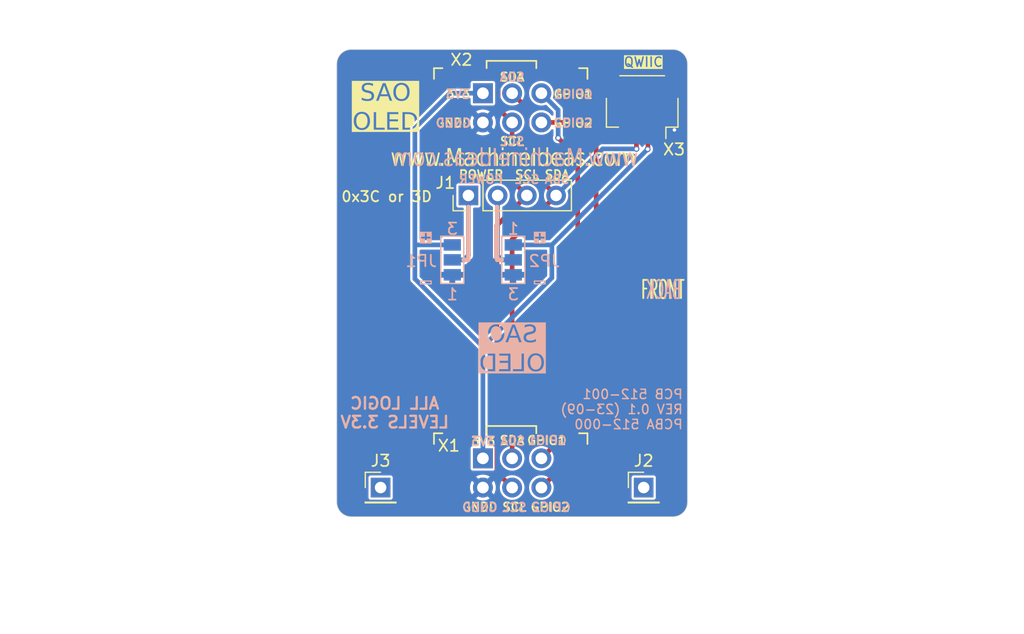
<source format=kicad_pcb>
(kicad_pcb (version 20221018) (generator pcbnew)
  (title_block (title "Core 64 Logic Board - PCB Layout") (date "2023-01-01") (rev "0.7") (company "Andy Geppert - Machine Ideas, LLC"))
  (layers (0 "F.Cu" signal) (31 "B.Cu" signal) (34 "B.Paste" user) (35 "F.Paste" user) (36 "B.SilkS" user "B.Silkscreen") (37 "F.SilkS" user "F.Silkscreen") (38 "B.Mask" user) (39 "F.Mask" user) (44 "Edge.Cuts" user))
  (net 0 "")
  (net 2 "Net-(J1-Pin_1)")
  (net 3 "Net-(J1-Pin_2)")
  (net 6 "GND")
  (net 7 "3V3")
  (net 8 "/I2C_3V3_SCL")
  (net 9 "/I2C_3V3_SDA")
  (net 10 "/GPIO2_SAO2")
  (net 11 "/GPIO1_SAO1")
  (footprint "Connector_PinHeader_2.54mm:PinHeader_1x04_P2.54mm_Vertical" (layer "F.Cu") (at 103.7182 171.5656 90)
    (fp_text reference "J1" (at 1.1 -2 180) (layer "F.SilkS"))
    (fp_text value "Conn_01x04_Socket")
    (fp_line (start -1.33 -1.33) (end 0 -1.33) (stroke (width 0.12)) (layer "F.SilkS"))
    (fp_line (start -1.33 0) (end -1.33 -1.33) (stroke (width 0.12)) (layer "F.SilkS"))
    (fp_line (start -1.33 1.27) (end -1.33 8.95) (stroke (width 0.12)) (layer "F.SilkS"))
    (fp_line (start -1.33 1.27) (end 1.33 1.27) (stroke (width 0.12)) (layer "F.SilkS"))
    (fp_line (start -1.33 8.95) (end 1.33 8.95) (stroke (width 0.12)) (layer "F.SilkS"))
    (fp_line (start 1.33 1.27) (end 1.33 8.95) (stroke (width 0.12)) (layer "F.SilkS"))
    (pad "1" thru_hole rect (at 0 0 90) (size 1.7 1.7) (drill 1) (layers "*.Cu" "*.Mask") (net 2 "Net-(J1-Pin_1)"))
    (pad "2" thru_hole oval (at 0 2.54 90) (size 1.7 1.7) (drill 1) (layers "*.Cu" "*.Mask") (net 3 "Net-(J1-Pin_2)"))
    (pad "3" thru_hole oval (at 0 5.08 90) (size 1.7 1.7) (drill 1) (layers "*.Cu" "*.Mask") (net 8 "/I2C_3V3_SCL"))
    (pad "4" thru_hole oval (at 0 7.62 90) (size 1.7 1.7) (drill 1) (layers "*.Cu" "*.Mask") (net 9 "/I2C_3V3_SDA"))
  )
  (footprint "Connector_PinHeader_2.54mm:PinHeader_1x01_P2.54mm_Vertical" (layer "F.Cu") (at 96.0882 196.9656)
    (fp_text reference "J3" (at 0 -2.33) (layer "F.SilkS"))
    (fp_text value "Conn_01x01_Pin")
    (fp_line (start -1.33 -1.33) (end 0 -1.33) (stroke (width 0.12)) (layer "F.SilkS"))
    (fp_line (start -1.33 0) (end -1.33 -1.33) (stroke (width 0.12)) (layer "F.SilkS"))
    (fp_line (start -1.33 1.27) (end -1.33 1.33) (stroke (width 0.12)) (layer "F.SilkS"))
    (fp_line (start -1.33 1.27) (end 1.33 1.27) (stroke (width 0.12)) (layer "F.SilkS"))
    (fp_line (start -1.33 1.33) (end 1.33 1.33) (stroke (width 0.12)) (layer "F.SilkS"))
    (fp_line (start 1.33 1.27) (end 1.33 1.33) (stroke (width 0.12)) (layer "F.SilkS"))
    (pad "1" thru_hole rect (at 0 0) (size 1.7 1.7) (drill 1) (layers "*.Cu" "*.Mask"))
  )
  (footprint "Connector_JST:JST_SH_SM04B-SRSS-TB_1x04-1MP_P1.00mm_Horizontal" (layer "F.Cu") (at 118.8182 163.8406 180)
    (fp_text reference "X3" (at -2.77 -3.725) (layer "F.SilkS"))
    (fp_text value "QWIIC")
    (fp_line (start -3.11 -1.785) (end -2.06 -1.785) (stroke (width 0.12)) (layer "F.SilkS"))
    (fp_line (start -3.11 0.715) (end -3.11 -1.785) (stroke (width 0.12)) (layer "F.SilkS"))
    (fp_line (start -2.06 -1.785) (end -2.06 -2.775) (stroke (width 0.12)) (layer "F.SilkS"))
    (fp_line (start -1.94 2.685) (end 1.94 2.685) (stroke (width 0.12)) (layer "F.SilkS"))
    (fp_line (start 3.11 -1.785) (end 2.06 -1.785) (stroke (width 0.12)) (layer "F.SilkS"))
    (fp_line (start 3.11 0.715) (end 3.11 -1.785) (stroke (width 0.12)) (layer "F.SilkS"))
    (pad "1" smd roundrect (at -1.5 -2 180) (size 0.6 1.55) (layers "F.Cu" "F.Paste" "F.Mask") (net 6 "GND"))
    (pad "2" smd roundrect (at -0.5 -2 180) (size 0.6 1.55) (layers "F.Cu" "F.Paste" "F.Mask") (net 7 "3V3"))
    (pad "3" smd roundrect (at 0.5 -2 180) (size 0.6 1.55) (layers "F.Cu" "F.Paste" "F.Mask") (net 9 "/I2C_3V3_SDA"))
    (pad "4" smd roundrect (at 1.5 -2 180) (size 0.6 1.55) (layers "F.Cu" "F.Paste" "F.Mask") (net 8 "/I2C_3V3_SCL"))
    (pad "MP" smd roundrect (at -2.8 1.875 180) (size 1.2 1.8) (layers "F.Cu" "F.Paste" "F.Mask") (roundrect_rratio 0.2083333333))
    (pad "MP" smd roundrect (at 2.8 1.875 180) (size 1.2 1.8) (layers "F.Cu" "F.Paste" "F.Mask") (roundrect_rratio 0.2083333333))
  )
  (footprint "Core_64_KiCad_Library:Badgelife-SAOv169-BADGE-2x3" (layer "F.Cu") (at 107.5182 195.6956)
    (fp_text reference "X1" (at -5.5 -2.37) (layer "F.SilkS"))
    (fp_text value "SAO_conn_SFH11-NBPC-D03-ST-BK")
    (fp_text user "SCL" (at 0.19 3) (layer "B.SilkS") (effects (font (size 0.75 0.75)) (justify mirror)))
    (fp_text user "3V3" (at -2.5 -2.77) (layer "B.SilkS") (effects (font (size 0.75 0.75)) (justify mirror)))
    (fp_text user "GPIO2" (at 3.39 3) (layer "B.SilkS") (effects (font (size 0.75 0.75)) (justify mirror)))
    (fp_text user "GPIO1" (at 3.05 -2.82) (layer "B.SilkS") (effects (font (size 0.75 0.75)) (justify mirror)))
    (fp_text user "SDA" (at 0.05 -2.77) (layer "B.SilkS") (effects (font (size 0.75 0.75)) (justify mirror)))
    (fp_text user "GNDD" (at -2.81 3) (layer "B.SilkS") (effects (font (size 0.75 0.75)) (justify mirror)))
    (fp_text user "3V3" (at -2.5 -2.73) (layer "F.SilkS") (effects (font (size 0.75 0.75))))
    (fp_text user "SCL" (at 0.2 2.97) (layer "F.SilkS") (effects (font (size 0.75 0.75))))
    (fp_text user "GPIO2" (at 3.3 2.97) (layer "F.SilkS") (effects (font (size 0.75 0.75))))
    (fp_text user "GNDD" (at -2.8 2.97) (layer "F.SilkS") (effects (font (size 0.75 0.75))))
    (fp_text user "GPIO1" (at 3 -2.83) (layer "F.SilkS") (effects (font (size 0.75 0.75))))
    (fp_text user "SDA" (at 0 -2.83) (layer "F.SilkS") (effects (font (size 0.75 0.75))))
    (fp_line (start -6.791 -3.449) (end -6.06 -3.449) (stroke (width 0.15)) (layer "F.SilkS"))
    (fp_line (start -6.791 -2.52) (end -6.791 -3.449) (stroke (width 0.15)) (layer "F.SilkS"))
    (fp_line (start -2.22 -3.45) (end -2.219 -4.084) (stroke (width 0.15)) (layer "F.SilkS"))
    (fp_line (start -2.219 -4.084) (end 2.099 -4.084) (stroke (width 0.15)) (layer "F.SilkS"))
    (fp_line (start 2.099 -4.084) (end 2.099 -3.45) (stroke (width 0.15)) (layer "F.SilkS"))
    (fp_line (start 6.544 -3.449) (end 5.813 -3.449) (stroke (width 0.15)) (layer "F.SilkS"))
    (fp_line (start 6.544 -2.52) (end 6.544 -3.449) (stroke (width 0.15)) (layer "F.SilkS"))
    (pad "1" thru_hole rect (at -2.54 -1.27 270) (size 1.7272 1.7272) (drill 1.016) (layers "*.Cu" "*.Mask") (net 7 "3V3"))
    (pad "2" thru_hole circle (at -2.54 1.27 270) (size 1.7272 1.7272) (drill 1.016) (layers "*.Cu" "*.Mask") (net 6 "GND"))
    (pad "3" thru_hole oval (at 0 -1.27 270) (size 1.7272 1.7272) (drill 1.016) (layers "*.Cu" "*.Mask") (net 9 "/I2C_3V3_SDA"))
    (pad "4" thru_hole oval (at 0 1.27 270) (size 1.7272 1.7272) (drill 1.016) (layers "*.Cu" "*.Mask") (net 8 "/I2C_3V3_SCL"))
    (pad "5" thru_hole circle (at 2.54 -1.27 270) (size 1.7272 1.7272) (drill 1.016) (layers "*.Cu" "*.Mask") (net 11 "/GPIO1_SAO1"))
    (pad "6" thru_hole circle (at 2.54 1.27 270) (size 1.7272 1.7272) (drill 1.016) (layers "*.Cu" "*.Mask") (net 10 "/GPIO2_SAO2"))
  )
  (footprint "Connector_PinHeader_2.54mm:PinHeader_1x01_P2.54mm_Vertical" (layer "F.Cu") (at 118.9482 196.9656)
    (fp_text reference "J2" (at 0 -2.33) (layer "F.SilkS"))
    (fp_text value "Conn_01x01_Pin")
    (fp_line (start -1.33 -1.33) (end 0 -1.33) (stroke (width 0.12)) (layer "F.SilkS"))
    (fp_line (start -1.33 0) (end -1.33 -1.33) (stroke (width 0.12)) (layer "F.SilkS"))
    (fp_line (start -1.33 1.27) (end -1.33 1.33) (stroke (width 0.12)) (layer "F.SilkS"))
    (fp_line (start -1.33 1.27) (end 1.33 1.27) (stroke (width 0.12)) (layer "F.SilkS"))
    (fp_line (start -1.33 1.33) (end 1.33 1.33) (stroke (width 0.12)) (layer "F.SilkS"))
    (fp_line (start 1.33 1.27) (end 1.33 1.33) (stroke (width 0.12)) (layer "F.SilkS"))
    (pad "1" thru_hole rect (at 0 0) (size 1.7 1.7) (drill 1) (layers "*.Cu" "*.Mask"))
  )
  (footprint "Core_64_KiCad_Library:Badgelife-SAOv169-BADGE-2x3" (layer "F.Cu") (at 107.5182 163.9456)
    (fp_text reference "X2" (at -4.4 -4.18) (layer "F.SilkS"))
    (fp_text value "SAO_conn_SFH11-NBPC-D03-ST-BK")
    (fp_text user "SCL" (at 0 2.92) (layer "F.SilkS") (effects (font (size 0.75 0.75))))
    (fp_text user "3V3" (at -4.7 -1.18) (layer "F.SilkS") (effects (font (size 0.75 0.75))))
    (fp_text user "SDA" (at 0 -2.68) (layer "F.SilkS") (effects (font (size 0.75 0.75))))
    (fp_text user "GPIO2" (at 5.3 1.32) (layer "F.SilkS") (effects (font (size 0.75 0.75))))
    (fp_text user "GPIO1" (at 5.3 -1.18) (layer "F.SilkS") (effects (font (size 0.75 0.75))))
    (fp_text user "GNDD" (at -5.1 1.32) (layer "F.SilkS") (effects (font (size 0.75 0.75))))
    (fp_line (start -6.791 -3.449) (end -6.06 -3.449) (stroke (width 0.15)) (layer "F.SilkS"))
    (fp_line (start -6.791 -2.52) (end -6.791 -3.449) (stroke (width 0.15)) (layer "F.SilkS"))
    (fp_line (start -2.22 -3.45) (end -2.219 -4.084) (stroke (width 0.15)) (layer "F.SilkS"))
    (fp_line (start -2.219 -4.084) (end 2.099 -4.084) (stroke (width 0.15)) (layer "F.SilkS"))
    (fp_line (start 2.099 -4.084) (end 2.099 -3.45) (stroke (width 0.15)) (layer "F.SilkS"))
    (fp_line (start 6.544 -3.449) (end 5.813 -3.449) (stroke (width 0.15)) (layer "F.SilkS"))
    (fp_line (start 6.544 -2.52) (end 6.544 -3.449) (stroke (width 0.15)) (layer "F.SilkS"))
    (pad "1" thru_hole rect (at -2.54 -1.27 270) (size 1.7272 1.7272) (drill 1.016) (layers "*.Cu" "*.Mask") (net 7 "3V3"))
    (pad "2" thru_hole circle (at -2.54 1.27 270) (size 1.7272 1.7272) (drill 1.016) (layers "*.Cu" "*.Mask") (net 6 "GND"))
    (pad "3" thru_hole oval (at 0 -1.27 270) (size 1.7272 1.7272) (drill 1.016) (layers "*.Cu" "*.Mask") (net 9 "/I2C_3V3_SDA"))
    (pad "4" thru_hole oval (at 0 1.27 270) (size 1.7272 1.7272) (drill 1.016) (layers "*.Cu" "*.Mask") (net 8 "/I2C_3V3_SCL"))
    (pad "5" thru_hole circle (at 2.54 -1.27 270) (size 1.7272 1.7272) (drill 1.016) (layers "*.Cu" "*.Mask") (net 11 "/GPIO1_SAO1"))
    (pad "6" thru_hole circle (at 2.54 1.27 270) (size 1.7272 1.7272) (drill 1.016) (layers "*.Cu" "*.Mask") (net 10 "/GPIO2_SAO2"))
  )
  (footprint "Jumper:SolderJumper-3_P1.3mm_Open_Pad1.0x1.5mm_NumberLabels" (layer "B.Cu") (at 107.6182 177.1656 -90)
    (fp_text reference "JP2" (at 0.1 -2.7 -180) (layer "B.SilkS") (effects (justify mirror)))
    (fp_text value "SolderJumper_3_Open-Jumper")
    (fp_text user "3" (at 3 0 -180) (layer "B.SilkS") (effects (justify mirror)))
    (fp_text user "1" (at -2.7 0 -180) (layer "B.SilkS") (effects (justify mirror)))
    (fp_line (start -2.05 -1) (end -2.05 1) (stroke (width 0.12)) (layer "B.SilkS"))
    (fp_line (start -2.05 1) (end 2.05 1) (stroke (width 0.12)) (layer "B.SilkS"))
    (fp_line (start 2.05 -1) (end -2.05 -1) (stroke (width 0.12)) (layer "B.SilkS"))
    (fp_line (start 2.05 1) (end 2.05 -1) (stroke (width 0.12)) (layer "B.SilkS"))
    (pad "1" smd rect (at -1.3 0 270) (size 1 1.5) (layers "B.Cu" "B.Mask") (net 7 "3V3"))
    (pad "2" smd rect (at 0 0 270) (size 1 1.5) (layers "B.Cu" "B.Mask") (net 3 "Net-(J1-Pin_2)"))
    (pad "3" smd rect (at 1.3 0 270) (size 1 1.5) (layers "B.Cu" "B.Mask") (net 6 "GND"))
  )
  (footprint "Jumper:SolderJumper-3_P1.3mm_Open_Pad1.0x1.5mm_NumberLabels" (layer "B.Cu") (at 102.3182 177.1656 90)
    (fp_text reference "JP1" (at -0.1 -2.7 180) (layer "B.SilkS") (effects (justify mirror)))
    (fp_text value "SolderJumper_3_Open-Jumper")
    (fp_text user "1" (at -3 0 180) (layer "B.SilkS") (effects (justify mirror)))
    (fp_text user "3" (at 2.7 0 180) (layer "B.SilkS") (effects (justify mirror)))
    (fp_line (start -2.05 -1) (end -2.05 1) (stroke (width 0.12)) (layer "B.SilkS"))
    (fp_line (start -2.05 1) (end 2.05 1) (stroke (width 0.12)) (layer "B.SilkS"))
    (fp_line (start 2.05 -1) (end -2.05 -1) (stroke (width 0.12)) (layer "B.SilkS"))
    (fp_line (start 2.05 1) (end 2.05 -1) (stroke (width 0.12)) (layer "B.SilkS"))
    (pad "1" smd rect (at -1.3 0 90) (size 1 1.5) (layers "B.Cu" "B.Mask") (net 6 "GND"))
    (pad "2" smd rect (at 0 0 90) (size 1 1.5) (layers "B.Cu" "B.Mask") (net 2 "Net-(J1-Pin_1)"))
    (pad "3" smd rect (at 1.3 0 90) (size 1 1.5) (layers "B.Cu" "B.Mask") (net 7 "3V3"))
  )
  (gr_line (start 106.2182 177.1656) (end 106.6182 177.1656) (stroke (width 0.381)) (layer "B.SilkS"))
  (gr_line (start 103.3182 177.1656) (end 103.7182 177.1656) (stroke (width 0.381)) (layer "B.SilkS"))
  (gr_line (start 106.2182 177.1656) (end 106.2182 172.5656) (stroke (width 0.381)) (layer "B.SilkS"))
  (gr_line (start 103.7182 177.1656) (end 103.7182 172.5656) (stroke (width 0.381)) (layer "B.SilkS"))
  (gr_arc (start 92.2782 160.1356) (mid 92.650174 159.237574) (end 93.5482 158.8656) (stroke (width 0.05)) (layer "Edge.Cuts"))
  (gr_arc (start 121.4882 158.8656) (mid 122.386226 159.237574) (end 122.7582 160.1356) (stroke (width 0.05)) (layer "Edge.Cuts"))
  (gr_line (start 122.7582 160.1356) (end 122.7582 198.2356) (stroke (width 0.05)) (layer "Edge.Cuts"))
  (gr_arc (start 93.5482 199.5056) (mid 92.650174 199.133626) (end 92.2782 198.2356) (stroke (width 0.05)) (layer "Edge.Cuts"))
  (gr_line (start 92.2782 198.2356) (end 92.2782 160.1356) (stroke (width 0.05)) (layer "Edge.Cuts"))
  (gr_line (start 121.4882 199.5056) (end 93.5482 199.5056) (stroke (width 0.05)) (layer "Edge.Cuts"))
  (gr_line (start 93.5482 158.8656) (end 121.4882 158.8656) (stroke (width 0.05)) (layer "Edge.Cuts"))
  (gr_arc (start 122.7582 198.2356) (mid 122.386226 199.133626) (end 121.4882 199.5056) (stroke (width 0.05)) (layer "Edge.Cuts"))
  (gr_text "www.MachineIdeas.com" (at 107.8182 168.3656) (layer "B.SilkS") (effects (font (size 1.524 1.27) (thickness 0.1524)) (justify mirror)))
  (gr_text "ALL LOGIC\nLEVELS 3.3V" (at 97.3182 190.4656) (layer "B.SilkS") (effects (font (size 1.016 1.016) (thickness 0.2032) bold) (justify mirror)))
  (gr_text "+" (at 109.9182 175.1656) (layer "B.SilkS" knockout) (effects (font (size 0.9 0.9) (thickness 0.15) bold)))
  (gr_text "GNDD" (at 102.4182 165.2656) (layer "B.SilkS") (effects (font (size 0.75 0.75)) (justify mirror)))
  (gr_text "-" (at 100.0182 179.0656) (layer "B.SilkS" knockout) (effects (font (size 0.9 0.9) (thickness 0.15) bold)))
  (gr_text "GPIO2" (at 112.8182 165.2656) (layer "B.SilkS") (effects (font (size 0.75 0.75)) (justify mirror)))
  (gr_text "SAO\nOLED" (at 107.5182 184.9656) (layer "B.SilkS" knockout) (effects (font (size 1.5 1.5) (thickness 0.1524)) (justify mirror)))
  (gr_text "3V3" (at 102.8182 162.7656) (layer "B.SilkS") (effects (font (size 0.75 0.75)) (justify mirror)))
  (gr_text "SDA" (at 107.5182 161.2656) (layer "B.SilkS") (effects (font (size 0.75 0.75)) (justify mirror)))
  (gr_text "SDA" (at 111.4182 170.1656) (layer "B.SilkS") (effects (font (size 0.75 0.75)) (justify mirror)))
  (gr_text "SCL" (at 108.8182 170.1656) (layer "B.SilkS") (effects (font (size 0.75 0.75)) (justify mirror)))
  (gr_text "-" (at 109.9182 179.0656) (layer "B.SilkS" knockout) (effects (font (size 0.9 0.9) (thickness 0.15) bold)))
  (gr_text "BACK" (at 122.3182 179.7656) (layer "B.SilkS") (effects (font (size 1.58 0.8) (thickness 0.16)) (justify left mirror)))
  (gr_text "PCB 512-001\nREV 0.1 (23-09)\nPCBA 512-000\n" (at 122.4182 190.1656) (layer "B.SilkS") (effects (font (size 0.8128 0.8128) (thickness 0.127)) (justify left mirror)))
  (gr_text "GPIO1" (at 112.8182 162.7656) (layer "B.SilkS") (effects (font (size 0.75 0.75)) (justify mirror)))
  (gr_text "POWER" (at 104.8182 170.1656) (layer "B.SilkS") (effects (font (size 0.75 0.75)) (justify mirror)))
  (gr_text "SCL" (at 107.5182 166.8656) (layer "B.SilkS") (effects (font (size 0.75 0.75)) (justify mirror)))
  (gr_text "+" (at 100.0182 175.1656) (layer "B.SilkS" knockout) (effects (font (size 0.9 0.9) (thickness 0.15) bold)))
  (gr_text "www.MachineIdeas.com" (at 107.6182 168.3656) (layer "F.SilkS") (effects (font (size 1.524 1.27) (thickness 0.1524))))
  (gr_text "FRONT" (at 118.6182 179.7656) (layer "F.SilkS") (effects (font (size 1.58 0.8) (thickness 0.16)) (justify left)))
  (gr_text "0x3C or 3D" (at 96.6182 171.6656) (layer "F.SilkS") (effects (font (size 0.9 0.9) (thickness 0.15) bold)))
  (gr_text "SDA" (at 111.4182 169.7656) (layer "F.SilkS") (effects (font (size 0.75 0.75))))
  (gr_text "SCL" (at 108.8182 169.7656) (layer "F.SilkS") (effects (font (size 0.75 0.75))))
  (gr_text "QWIIC" (at 118.9182 159.9656) (layer "F.SilkS" knockout) (effects (font (size 0.8128 0.8128) (thickness 0.127) bold)))
  (gr_text "POWER" (at 104.8182 169.7656) (layer "F.SilkS") (effects (font (size 0.75 0.75))))
  (gr_text "SAO\nOLED" (at 96.5182 163.9656) (layer "F.SilkS" knockout) (effects (font (size 1.5 1.5) (thickness 0.1524))))
  (segment (start 103.7182 171.5656) (end 103.7182 176.7656) (width 0.4064) (layer "B.Cu") (net 2))
  (segment (start 103.7182 176.7656) (end 103.3182 177.1656) (width 0.4064) (layer "B.Cu") (net 2))
  (segment (start 103.3182 177.1656) (end 102.3182 177.1656) (width 0.4064) (layer "B.Cu") (net 2))
  (segment (start 106.2582 176.8056) (end 106.6182 177.1656) (width 0.4064) (layer "B.Cu") (net 3))
  (segment (start 106.6182 177.1656) (end 107.6182 177.1656) (width 0.4064) (layer "B.Cu") (net 3))
  (segment (start 106.2582 171.5656) (end 106.2582 176.8056) (width 0.4064) (layer "B.Cu") (net 3))
  (segment (start 120.3182 165.8406) (end 121.5932 165.8406) (width 0.4064) (layer "F.Cu") (net 6))
  (segment (start 121.5932 165.8406) (end 121.6182 165.8656) (width 0.4064) (layer "F.Cu") (net 6))
  (via (at 121.6182 165.8656) (size 0.508) (drill 0.3048) (layers "F.Cu" "B.Cu") (net 6))
  (segment (start 119.2932 167.5406) (end 119.3182 167.5156) (width 0.4064) (layer "F.Cu") (net 7))
  (segment (start 119.3182 167.5156) (end 119.3182 165.8406) (width 0.4064) (layer "F.Cu") (net 7))
  (via (at 119.2932 167.5406) (size 0.508) (drill 0.3048) (layers "F.Cu" "B.Cu") (net 7))
  (segment (start 104.9782 194.4256) (end 104.9782 184.7256) (width 0.4064) (layer "B.Cu") (net 7))
  (segment (start 104.9782 184.7256) (end 110.9682 178.7356) (width 0.4064) (layer "B.Cu") (net 7))
  (segment (start 99.0682 178.8156) (end 99.0682 175.1156) (width 0.4064) (layer "B.Cu") (net 7))
  (segment (start 99.0682 175.8656) (end 102.3182 175.8656) (width 0.4064) (layer "B.Cu") (net 7))
  (segment (start 104.9782 184.7256) (end 99.0682 178.8156) (width 0.4064) (layer "B.Cu") (net 7))
  (segment (start 110.9682 175.8656) (end 110.2182 175.8656) (width 0.4064) (layer "B.Cu") (net 7))
  (segment (start 110.9682 178.7356) (end 110.9682 175.8656) (width 0.4064) (layer "B.Cu") (net 7))
  (segment (start 99.0682 165.7156) (end 99.0682 175.1156) (width 0.4064) (layer "B.Cu") (net 7))
  (segment (start 102.1082 162.6756) (end 99.0682 165.7156) (width 0.4064) (layer "B.Cu") (net 7))
  (segment (start 104.9782 162.6756) (end 102.1082 162.6756) (width 0.4064) (layer "B.Cu") (net 7))
  (segment (start 119.2932 167.5406) (end 110.9682 175.8656) (width 0.4064) (layer "B.Cu") (net 7))
  (segment (start 110.2182 175.8656) (end 107.6182 175.8656) (width 0.4064) (layer "B.Cu") (net 7))
  (segment (start 106.1974 174.1664) (end 108.7982 171.5656) (width 0.4064) (layer "F.Cu") (net 8))
  (segment (start 115.9932 165.8406) (end 111.4182 161.2656) (width 0.4064) (layer "F.Cu") (net 8))
  (segment (start 117.3182 165.8406) (end 115.9932 165.8406) (width 0.4064) (layer "F.Cu") (net 8))
  (segment (start 111.4182 161.2656) (end 107.0182 161.2656) (width 0.4064) (layer "F.Cu") (net 8))
  (segment (start 107.5182 170.2856) (end 108.7982 171.5656) (width 0.4064) (layer "F.Cu") (net 8))
  (segment (start 107.0182 161.2656) (end 106.299 161.9848) (width 0.4064) (layer "F.Cu") (net 8))
  (segment (start 106.299 161.9848) (end 106.299 163.9964) (width 0.4064) (layer "F.Cu") (net 8))
  (segment (start 106.299 163.9964) (end 107.5182 165.2156) (width 0.4064) (layer "F.Cu") (net 8))
  (segment (start 107.5182 165.2156) (end 107.5182 170.2856) (width 0.4064) (layer "F.Cu") (net 8))
  (segment (start 106.1974 195.6448) (end 106.1974 174.1664) (width 0.4064) (layer "F.Cu") (net 8))
  (segment (start 107.5182 196.9656) (end 106.1974 195.6448) (width 0.4064) (layer "F.Cu") (net 8))
  (segment (start 108.8182 169.0456) (end 108.8182 163.9756) (width 0.4064) (layer "F.Cu") (net 9))
  (segment (start 118.3182 167.5156) (end 118.3182 165.8406) (width 0.4064) (layer "F.Cu") (net 9))
  (segment (start 107.5182 175.3856) (end 111.3382 171.5656) (width 0.4064) (layer "F.Cu") (net 9))
  (segment (start 111.3382 171.5656) (end 108.8182 169.0456) (width 0.4064) (layer "F.Cu") (net 9))
  (segment (start 107.5182 194.4256) (end 107.5182 175.3856) (width 0.4064) (layer "F.Cu") (net 9))
  (segment (start 108.8182 163.9756) (end 107.5182 162.6756) (width 0.4064) (layer "F.Cu") (net 9))
  (via (at 118.3182 167.5156) (size 0.508) (drill 0.3048) (layers "F.Cu" "B.Cu") (net 9))
  (segment (start 118.3182 167.5156) (end 115.3882 167.5156) (width 0.4064) (layer "B.Cu") (net 9))
  (segment (start 115.3882 167.5156) (end 111.3382 171.5656) (width 0.4064) (layer "B.Cu") (net 9))
  (segment (start 112.6682 165.2156) (end 114.8182 167.3656) (width 0.4064) (layer "F.Cu") (net 10))
  (segment (start 110.0582 165.2156) (end 112.6682 165.2156) (width 0.4064) (layer "F.Cu") (net 10))
  (segment (start 114.8182 192.2056) (end 110.0582 196.9656) (width 0.4064) (layer "F.Cu") (net 10))
  (segment (start 114.8182 167.3656) (end 114.8182 192.2056) (width 0.4064) (layer "F.Cu") (net 10))
  (segment (start 113.2182 168.2656) (end 113.2182 191.2656) (width 0.4064) (layer "F.Cu") (net 11))
  (segment (start 111.5182 166.5656) (end 113.2182 168.2656) (width 0.4064) (layer "F.Cu") (net 11))
  (segment (start 113.2182 191.2656) (end 110.0582 194.4256) (width 0.4064) (layer "F.Cu") (net 11))
  (via (at 111.5182 166.5656) (size 0.508) (drill 0.3048) (layers "F.Cu" "B.Cu") (net 11))
  (segment (start 111.5182 166.5656) (end 111.5182 164.1356) (width 0.4064) (layer "B.Cu") (net 11))
  (segment (start 111.5182 164.1356) (end 110.0582 162.6756) (width 0.4064) (layer "B.Cu") (net 11))
  (zone (net 6) (net_name "GND") (layer "B.Cu") (connect_pads (clearance 0.2032)) (min_thickness 0.2032) (fill yes (thermal_gap 0.254) (thermal_bridge_width 0.508))
    (polygon (pts (xy 123.5182 200.2656) (xy 91.5182 200.2656) (xy 91.5182 158.2656) (xy 123.5182 158.2656)))
  )
)
</source>
